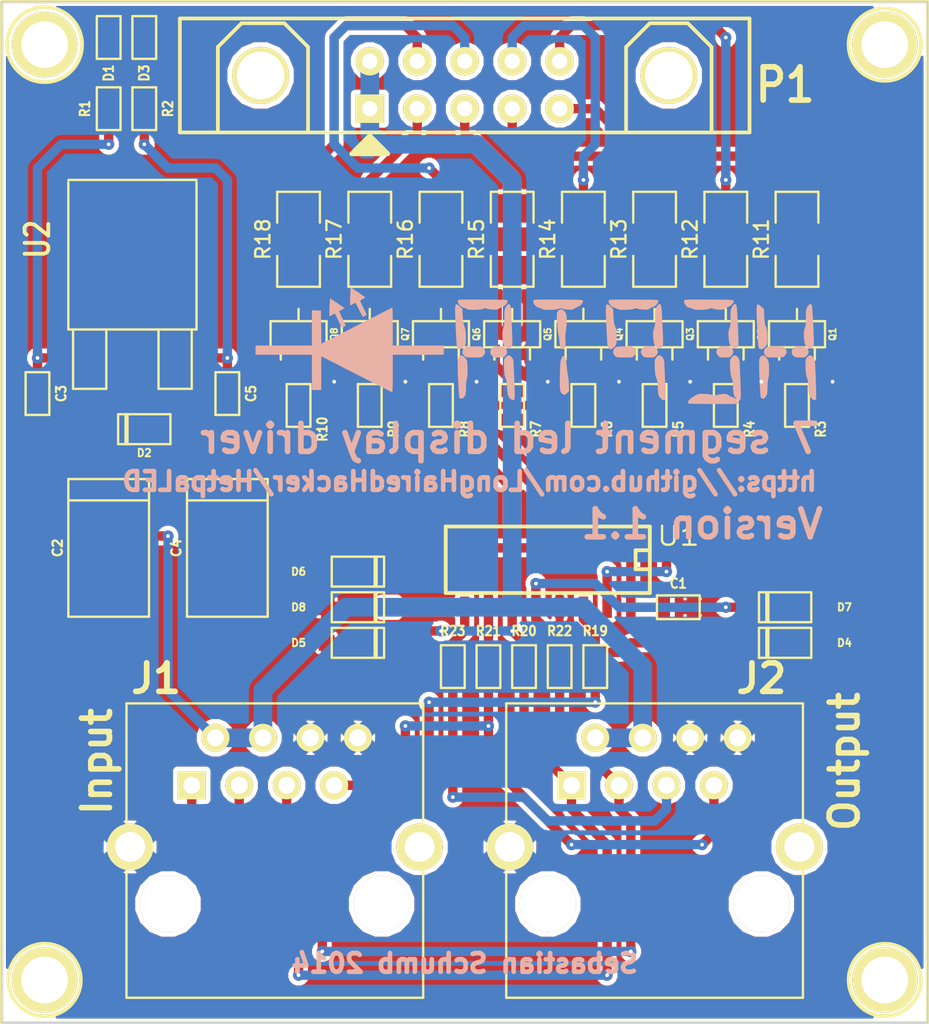
<source format=kicad_pcb>
(kicad_pcb (version 3) (host pcbnew "(2013-may-18)-stable")
  (layers (15 F.Cu signal) (0 B.Cu signal) (18 B.Paste user) (19 F.Paste user) (20 B.SilkS user) (21 F.SilkS user) (22 B.Mask user) (23 F.Mask user) (28 Edge.Cuts user))
  (net 0 "")
  (net 1 +24V)
  (net 2 +5V)
  (net 3 Clock)
  (net 4 Data_In)
  (net 5 Data_Out)
  (net 6 Enable)
  (net 7 FET_1)
  (net 8 FET_2)
  (net 9 FET_3)
  (net 10 FET_4)
  (net 11 FET_5)
  (net 12 FET_6)
  (net 13 FET_7)
  (net 14 FET_8)
  (net 15 GND)
  (net 16 N-0000017)
  (net 17 N-0000018)
  (net 18 N-0000019)
  (net 19 N-0000020)
  (net 20 N-0000021)
  (net 21 N-0000022)
  (net 22 N-0000023)
  (net 23 N-0000024)
  (net 24 N-0000025)
  (net 25 N-0000026)
  (net 26 N-0000027)
  (net 27 N-0000029)
  (net 28 N-0000030)
  (net 29 N-0000031)
  (net 30 N-0000032)
  (net 31 N-0000033)
  (net 32 N-0000034)
  (net 33 N-0000035)
  (net 34 N-0000036)
  (net 35 N-0000037)
  (net 36 N-0000038)
  (net 37 N-0000045)
  (net 38 N-0000047)
  (net 39 Reset)
  (net 40 SEG_1)
  (net 41 SEG_2)
  (net 42 SEG_3)
  (net 43 SEG_4)
  (net 44 SEG_5)
  (net 45 SEG_6)
  (net 46 SEG_7)
  (net 47 SEG_8)
  (module RJ45_MEBP_8-8G (layer F.Cu) (at 215.265 63.5)
    (fp_text reference J2 (at 5.715 -12.065) (layer F.SilkS) (effects (font (size 1.524 1.524) (thickness 0.3048))))
    (fp_text value RJ45 hide)
    (pad "" thru_hole circle (at 5.715 0) (size 3 3) (drill 3) (layers *.Cu *.Mask F.SilkS))
    (pad "" thru_hole circle (at -5.715 0) (size 3 3) (drill 3) (layers *.Cu *.Mask F.SilkS))
    (pad 1 thru_hole rect (at -4.445 -6.35) (size 1.50114 1.50114) (drill 0.89916) (layers *.Cu *.Mask F.SilkS) (net 3 Clock))
    (pad 2 thru_hole circle (at -3.175 -8.89) (size 1.50114 1.50114) (drill 0.89916) (layers *.Cu *.Mask F.SilkS) (net 1 +24V))
    (pad 3 thru_hole circle (at -1.905 -6.35) (size 1.50114 1.50114) (drill 0.89916) (layers *.Cu *.Mask F.SilkS) (net 6 Enable))
    (pad 4 thru_hole circle (at -0.635 -8.89) (size 1.50114 1.50114) (drill 0.89916) (layers *.Cu *.Mask F.SilkS) (net 1 +24V))
    (pad 5 thru_hole circle (at 0.635 -6.35) (size 1.50114 1.50114) (drill 0.89916) (layers *.Cu *.Mask F.SilkS) (net 5 Data_Out))
    (pad 6 thru_hole circle (at 1.905 -8.89) (size 1.50114 1.50114) (drill 0.89916) (layers *.Cu *.Mask F.SilkS) (net 15 GND))
    (pad 7 thru_hole circle (at 3.175 -6.35) (size 1.50114 1.50114) (drill 0.89916) (layers *.Cu *.Mask F.SilkS) (net 39 Reset))
    (pad 8 thru_hole circle (at 4.445 -8.89) (size 1.50114 1.50114) (drill 0.89916) (layers *.Cu *.Mask F.SilkS) (net 15 GND))
    (pad 9 thru_hole circle (at -7.745 -3.05) (size 2.5 2.5) (drill 1.6) (layers *.Cu *.Mask F.SilkS) (net 15 GND))
    (pad 10 thru_hole circle (at 7.747 -3.05) (size 2.5 2.5) (drill 1.6) (layers *.Cu *.Mask F.SilkS))
  )
  (module RJ45_MEBP_8-8G (layer F.Cu) (at 194.945 63.5)
    (fp_text reference J1 (at -6.35 -12.065) (layer F.SilkS) (effects (font (size 1.524 1.524) (thickness 0.3048))))
    (fp_text value RJ45 hide)
    (pad "" thru_hole circle (at 5.715 0) (size 3 3) (drill 3) (layers *.Cu *.Mask F.SilkS))
    (pad "" thru_hole circle (at -5.715 0) (size 3 3) (drill 3) (layers *.Cu *.Mask F.SilkS))
    (pad 1 thru_hole rect (at -4.445 -6.35) (size 1.50114 1.50114) (drill 0.89916) (layers *.Cu *.Mask F.SilkS) (net 3 Clock))
    (pad 2 thru_hole circle (at -3.175 -8.89) (size 1.50114 1.50114) (drill 0.89916) (layers *.Cu *.Mask F.SilkS) (net 1 +24V))
    (pad 3 thru_hole circle (at -1.905 -6.35) (size 1.50114 1.50114) (drill 0.89916) (layers *.Cu *.Mask F.SilkS) (net 6 Enable))
    (pad 4 thru_hole circle (at -0.635 -8.89) (size 1.50114 1.50114) (drill 0.89916) (layers *.Cu *.Mask F.SilkS) (net 1 +24V))
    (pad 5 thru_hole circle (at 0.635 -6.35) (size 1.50114 1.50114) (drill 0.89916) (layers *.Cu *.Mask F.SilkS) (net 4 Data_In))
    (pad 6 thru_hole circle (at 1.905 -8.89) (size 1.50114 1.50114) (drill 0.89916) (layers *.Cu *.Mask F.SilkS) (net 15 GND))
    (pad 7 thru_hole circle (at 3.175 -6.35) (size 1.50114 1.50114) (drill 0.89916) (layers *.Cu *.Mask F.SilkS) (net 39 Reset))
    (pad 8 thru_hole circle (at 4.445 -8.89) (size 1.50114 1.50114) (drill 0.89916) (layers *.Cu *.Mask F.SilkS) (net 15 GND))
    (pad 9 thru_hole circle (at -7.745 -3.05) (size 2.5 2.5) (drill 1.6) (layers *.Cu *.Mask F.SilkS) (net 15 GND))
    (pad 10 thru_hole circle (at 7.747 -3.05) (size 2.5 2.5) (drill 1.6) (layers *.Cu *.Mask F.SilkS))
  )
  (module 1pin (layer F.Cu) (at 182.626 17.526)
    (fp_text reference 1PIN hide)
    (fp_text value P*** hide)
    (pad 1 thru_hole circle (at 0 0) (size 3.5 3.5) (drill 2.5) (layers *.Cu *.Mask F.SilkS))
  )
  (module 1pin (layer F.Cu) (at 182.626 67.564)
    (fp_text reference 1PIN hide)
    (fp_text value P*** hide)
    (pad 1 thru_hole circle (at 0 0) (size 3.5 3.5) (drill 2.5) (layers *.Cu *.Mask F.SilkS))
  )
  (module 1pin (layer F.Cu) (at 227.584 67.564)
    (fp_text reference 1PIN hide)
    (fp_text value P*** hide)
    (pad 1 thru_hole circle (at 0 0) (size 3.5 3.5) (drill 2.5) (layers *.Cu *.Mask F.SilkS))
  )
  (module 1pin (layer F.Cu) (at 227.584 17.526)
    (fp_text reference 1PIN hide)
    (fp_text value P*** hide)
    (pad 1 thru_hole circle (at 0 0) (size 3.5 3.5) (drill 2.5) (layers *.Cu *.Mask F.SilkS))
  )
  (module HE10-10C (layer F.Cu) (at 205.105 19.685 180)
    (fp_text reference P1 (at -17.145 0 360) (layer F.SilkS) (effects (font (size 1.77546 1.5875) (thickness 0.3048))))
    (fp_text value HE10-10 hide)
    (pad 0 thru_hole circle (at -10.922 0.508 180) (size 3.048 3.048) (drill 2.54) (layers *.Cu *.Mask F.SilkS))
    (pad 0 thru_hole circle (at 10.922 0.508 180) (size 3.048 3.048) (drill 2.54) (layers *.Cu *.Mask F.SilkS))
    (pad 1 thru_hole rect (at 5.08 -1.27 180) (size 1.524 1.524) (drill 0.8128) (layers *.Cu *.Mask F.SilkS) (net 1 +24V))
    (pad 2 thru_hole circle (at 5.08 1.27 180) (size 1.524 1.524) (drill 0.8128) (layers *.Cu *.Mask F.SilkS) (net 1 +24V))
    (pad 3 thru_hole circle (at 2.54 -1.27 180) (size 1.524 1.524) (drill 0.8128) (layers *.Cu *.Mask F.SilkS) (net 46 SEG_7))
    (pad 4 thru_hole circle (at 2.54 1.27 180) (size 1.524 1.524) (drill 0.8128) (layers *.Cu *.Mask F.SilkS) (net 47 SEG_8))
    (pad 5 thru_hole circle (at 0 -1.27 180) (size 1.524 1.524) (drill 0.8128) (layers *.Cu *.Mask F.SilkS) (net 44 SEG_5))
    (pad 6 thru_hole circle (at 0 1.27 180) (size 1.524 1.524) (drill 0.8128) (layers *.Cu *.Mask F.SilkS) (net 45 SEG_6))
    (pad 7 thru_hole circle (at -2.54 -1.27 180) (size 1.524 1.524) (drill 0.8128) (layers *.Cu *.Mask F.SilkS) (net 42 SEG_3))
    (pad 8 thru_hole circle (at -2.54 1.27 180) (size 1.524 1.524) (drill 0.8128) (layers *.Cu *.Mask F.SilkS) (net 43 SEG_4))
    (pad 9 thru_hole circle (at -5.08 -1.27 180) (size 1.524 1.524) (drill 0.8128) (layers *.Cu *.Mask F.SilkS) (net 40 SEG_1))
    (pad 10 thru_hole circle (at -5.08 1.27 180) (size 1.524 1.524) (drill 0.8128) (layers *.Cu *.Mask F.SilkS) (net 41 SEG_2))
  )
  (module c_tant_D (layer F.Cu) (at 192.405 44.45 90)
    (fp_text reference C4 (at 0 -2.7305 90) (layer F.SilkS) (effects (font (size 0.50038 0.50038) (thickness 0.11938))))
    (fp_text value 10uF hide)
    (pad 1 smd rect (at 2.99974 0 90) (size 2.55016 2.70002) (layers F.Cu F.Paste F.Mask) (net 2 +5V))
    (pad 2 smd rect (at -2.99974 0 90) (size 2.55016 3.79984) (layers F.Cu F.Paste F.Mask) (net 15 GND))
  )
  (module sot23 (layer F.Cu) (at 200.025 33.02)
    (fp_text reference Q7 (at 1.905 0 90) (layer F.SilkS) (effects (font (size 0.35 0.35) (thickness 0.0875))))
    (fp_text value NDS355 hide)
    (pad 1 smd rect (at -0.9525 1.05664) (size 0.59944 1.00076) (layers F.Cu F.Paste F.Mask) (net 35 N-0000037))
    (pad 2 smd rect (at 0 -1.05664) (size 0.59944 1.00076) (layers F.Cu F.Paste F.Mask) (net 34 N-0000036))
    (pad 3 smd rect (at 0.9525 1.05664) (size 0.59944 1.00076) (layers F.Cu F.Paste F.Mask) (net 15 GND))
  )
  (module sot23 (layer F.Cu) (at 222.885 33.02)
    (fp_text reference Q1 (at 1.905 0 90) (layer F.SilkS) (effects (font (size 0.35 0.35) (thickness 0.0875))))
    (fp_text value NDS355 hide)
    (pad 1 smd rect (at -0.9525 1.05664) (size 0.59944 1.00076) (layers F.Cu F.Paste F.Mask) (net 22 N-0000023))
    (pad 2 smd rect (at 0 -1.05664) (size 0.59944 1.00076) (layers F.Cu F.Paste F.Mask) (net 21 N-0000022))
    (pad 3 smd rect (at 0.9525 1.05664) (size 0.59944 1.00076) (layers F.Cu F.Paste F.Mask) (net 15 GND))
  )
  (module sot23 (layer F.Cu) (at 203.835 33.02)
    (fp_text reference Q6 (at 1.905 0 90) (layer F.SilkS) (effects (font (size 0.35 0.35) (thickness 0.0875))))
    (fp_text value NDS355 hide)
    (pad 1 smd rect (at -0.9525 1.05664) (size 0.59944 1.00076) (layers F.Cu F.Paste F.Mask) (net 36 N-0000038))
    (pad 2 smd rect (at 0 -1.05664) (size 0.59944 1.00076) (layers F.Cu F.Paste F.Mask) (net 26 N-0000027))
    (pad 3 smd rect (at 0.9525 1.05664) (size 0.59944 1.00076) (layers F.Cu F.Paste F.Mask) (net 15 GND))
  )
  (module sot23 (layer F.Cu) (at 219.075 33.02)
    (fp_text reference Q2 (at 1.905 0 90) (layer F.SilkS) (effects (font (size 0.35 0.35) (thickness 0.0875))))
    (fp_text value NDS355 hide)
    (pad 1 smd rect (at -0.9525 1.05664) (size 0.59944 1.00076) (layers F.Cu F.Paste F.Mask) (net 20 N-0000021))
    (pad 2 smd rect (at 0 -1.05664) (size 0.59944 1.00076) (layers F.Cu F.Paste F.Mask) (net 23 N-0000024))
    (pad 3 smd rect (at 0.9525 1.05664) (size 0.59944 1.00076) (layers F.Cu F.Paste F.Mask) (net 15 GND))
  )
  (module sot23 (layer F.Cu) (at 196.215 33.02)
    (fp_text reference Q8 (at 1.905 0 90) (layer F.SilkS) (effects (font (size 0.35 0.35) (thickness 0.0875))))
    (fp_text value NDS355 hide)
    (pad 1 smd rect (at -0.9525 1.05664) (size 0.59944 1.00076) (layers F.Cu F.Paste F.Mask) (net 33 N-0000035))
    (pad 2 smd rect (at 0 -1.05664) (size 0.59944 1.00076) (layers F.Cu F.Paste F.Mask) (net 32 N-0000034))
    (pad 3 smd rect (at 0.9525 1.05664) (size 0.59944 1.00076) (layers F.Cu F.Paste F.Mask) (net 15 GND))
  )
  (module sot23 (layer F.Cu) (at 215.265 33.02)
    (fp_text reference Q3 (at 1.905 0 90) (layer F.SilkS) (effects (font (size 0.35 0.35) (thickness 0.0875))))
    (fp_text value NDS355 hide)
    (pad 1 smd rect (at -0.9525 1.05664) (size 0.59944 1.00076) (layers F.Cu F.Paste F.Mask) (net 19 N-0000020))
    (pad 2 smd rect (at 0 -1.05664) (size 0.59944 1.00076) (layers F.Cu F.Paste F.Mask) (net 18 N-0000019))
    (pad 3 smd rect (at 0.9525 1.05664) (size 0.59944 1.00076) (layers F.Cu F.Paste F.Mask) (net 15 GND))
  )
  (module sot23 (layer F.Cu) (at 211.455 33.02)
    (fp_text reference Q4 (at 1.905 0 90) (layer F.SilkS) (effects (font (size 0.35 0.35) (thickness 0.0875))))
    (fp_text value NDS355 hide)
    (pad 1 smd rect (at -0.9525 1.05664) (size 0.59944 1.00076) (layers F.Cu F.Paste F.Mask) (net 17 N-0000018))
    (pad 2 smd rect (at 0 -1.05664) (size 0.59944 1.00076) (layers F.Cu F.Paste F.Mask) (net 16 N-0000017))
    (pad 3 smd rect (at 0.9525 1.05664) (size 0.59944 1.00076) (layers F.Cu F.Paste F.Mask) (net 15 GND))
  )
  (module sot23 (layer F.Cu) (at 207.645 33.02)
    (fp_text reference Q5 (at 1.905 0 90) (layer F.SilkS) (effects (font (size 0.35 0.35) (thickness 0.0875))))
    (fp_text value NDS355 hide)
    (pad 1 smd rect (at -0.9525 1.05664) (size 0.59944 1.00076) (layers F.Cu F.Paste F.Mask) (net 25 N-0000026))
    (pad 2 smd rect (at 0 -1.05664) (size 0.59944 1.00076) (layers F.Cu F.Paste F.Mask) (net 24 N-0000025))
    (pad 3 smd rect (at 0.9525 1.05664) (size 0.59944 1.00076) (layers F.Cu F.Paste F.Mask) (net 15 GND))
  )
  (module sod123 (layer F.Cu) (at 187.96 38.1 180)
    (fp_text reference D2 (at 0 -1.27 180) (layer F.SilkS) (effects (font (size 0.39878 0.39878) (thickness 0.09906))))
    (fp_text value BAT42W hide)
    (pad 2 smd rect (at 1.67386 0 180) (size 0.8509 0.8509) (layers F.Cu F.Paste F.Mask) (net 1 +24V))
    (pad 1 smd rect (at -1.67386 0 180) (size 0.8509 0.8509) (layers F.Cu F.Paste F.Mask) (net 2 +5V))
  )
  (module SO16E (layer F.Cu) (at 209.55 45.085 180)
    (fp_text reference U1 (at -6.985 1.27 180) (layer F.SilkS) (effects (font (size 1.016 1.143) (thickness 0.127))))
    (fp_text value 74HC595 hide)
    (pad 1 smd rect (at -4.445 2.54 180) (size 0.508 1.143) (layers F.Cu F.Paste F.Mask) (net 8 FET_2))
    (pad 2 smd rect (at -3.175 2.54 180) (size 0.508 1.143) (layers F.Cu F.Paste F.Mask) (net 9 FET_3))
    (pad 3 smd rect (at -1.905 2.54 180) (size 0.508 1.143) (layers F.Cu F.Paste F.Mask) (net 10 FET_4))
    (pad 4 smd rect (at -0.635 2.54 180) (size 0.508 1.143) (layers F.Cu F.Paste F.Mask) (net 11 FET_5))
    (pad 5 smd rect (at 0.635 2.54 180) (size 0.508 1.143) (layers F.Cu F.Paste F.Mask) (net 12 FET_6))
    (pad 6 smd rect (at 1.905 2.54 180) (size 0.508 1.143) (layers F.Cu F.Paste F.Mask) (net 13 FET_7))
    (pad 7 smd rect (at 3.175 2.54 180) (size 0.508 1.143) (layers F.Cu F.Paste F.Mask) (net 14 FET_8))
    (pad 8 smd rect (at 4.445 2.54 180) (size 0.508 1.143) (layers F.Cu F.Paste F.Mask) (net 15 GND))
    (pad 9 smd rect (at 4.445 -2.54 180) (size 0.508 1.143) (layers F.Cu F.Paste F.Mask) (net 29 N-0000031))
    (pad 10 smd rect (at 3.175 -2.54 180) (size 0.508 1.143) (layers F.Cu F.Paste F.Mask) (net 27 N-0000029))
    (pad 11 smd rect (at 1.905 -2.54 180) (size 0.508 1.143) (layers F.Cu F.Paste F.Mask) (net 28 N-0000030))
    (pad 12 smd rect (at 0.635 -2.54 180) (size 0.508 1.143) (layers F.Cu F.Paste F.Mask) (net 31 N-0000033))
    (pad 13 smd rect (at -0.635 -2.54 180) (size 0.508 1.143) (layers F.Cu F.Paste F.Mask) (net 15 GND))
    (pad 14 smd rect (at -1.905 -2.54 180) (size 0.508 1.143) (layers F.Cu F.Paste F.Mask) (net 30 N-0000032))
    (pad 15 smd rect (at -3.175 -2.54 180) (size 0.508 1.143) (layers F.Cu F.Paste F.Mask) (net 7 FET_1))
    (pad 16 smd rect (at -4.445 -2.54 180) (size 0.508 1.143) (layers F.Cu F.Paste F.Mask) (net 2 +5V))
  )
  (module SM1206 (layer F.Cu) (at 211.455 27.94 90)
    (fp_text reference R14 (at 0 -1.905 90) (layer F.SilkS) (effects (font (size 0.762 0.762) (thickness 0.127))))
    (fp_text value 160 hide)
    (pad 1 smd rect (at -1.651 0 90) (size 1.524 2.032) (layers F.Cu F.Paste F.Mask) (net 16 N-0000017))
    (pad 2 smd rect (at 1.651 0 90) (size 1.524 2.032) (layers F.Cu F.Paste F.Mask) (net 43 SEG_4))
  )
  (module SM1206 (layer F.Cu) (at 203.835 27.94 90)
    (fp_text reference R16 (at 0 -1.905 90) (layer F.SilkS) (effects (font (size 0.762 0.762) (thickness 0.127))))
    (fp_text value 160 hide)
    (pad 1 smd rect (at -1.651 0 90) (size 1.524 2.032) (layers F.Cu F.Paste F.Mask) (net 26 N-0000027))
    (pad 2 smd rect (at 1.651 0 90) (size 1.524 2.032) (layers F.Cu F.Paste F.Mask) (net 45 SEG_6))
  )
  (module SM1206 (layer F.Cu) (at 207.645 27.94 90)
    (fp_text reference R15 (at 0 -1.905 90) (layer F.SilkS) (effects (font (size 0.762 0.762) (thickness 0.127))))
    (fp_text value 160 hide)
    (pad 1 smd rect (at -1.651 0 90) (size 1.524 2.032) (layers F.Cu F.Paste F.Mask) (net 24 N-0000025))
    (pad 2 smd rect (at 1.651 0 90) (size 1.524 2.032) (layers F.Cu F.Paste F.Mask) (net 44 SEG_5))
  )
  (module SM1206 (layer F.Cu) (at 200.025 27.94 90)
    (fp_text reference R17 (at 0 -1.905 90) (layer F.SilkS) (effects (font (size 0.762 0.762) (thickness 0.127))))
    (fp_text value 470 hide)
    (pad 1 smd rect (at -1.651 0 90) (size 1.524 2.032) (layers F.Cu F.Paste F.Mask) (net 34 N-0000036))
    (pad 2 smd rect (at 1.651 0 90) (size 1.524 2.032) (layers F.Cu F.Paste F.Mask) (net 46 SEG_7))
  )
  (module SM1206 (layer F.Cu) (at 215.265 27.94 90)
    (fp_text reference R13 (at 0 -1.905 90) (layer F.SilkS) (effects (font (size 0.762 0.762) (thickness 0.127))))
    (fp_text value 160 hide)
    (pad 1 smd rect (at -1.651 0 90) (size 1.524 2.032) (layers F.Cu F.Paste F.Mask) (net 18 N-0000019))
    (pad 2 smd rect (at 1.651 0 90) (size 1.524 2.032) (layers F.Cu F.Paste F.Mask) (net 42 SEG_3))
  )
  (module SM1206 (layer F.Cu) (at 219.075 27.94 90)
    (fp_text reference R12 (at 0 -1.905 90) (layer F.SilkS) (effects (font (size 0.762 0.762) (thickness 0.127))))
    (fp_text value 160 hide)
    (pad 1 smd rect (at -1.651 0 90) (size 1.524 2.032) (layers F.Cu F.Paste F.Mask) (net 23 N-0000024))
    (pad 2 smd rect (at 1.651 0 90) (size 1.524 2.032) (layers F.Cu F.Paste F.Mask) (net 41 SEG_2))
  )
  (module SM1206 (layer F.Cu) (at 222.885 27.94 90)
    (fp_text reference R11 (at 0 -1.905 90) (layer F.SilkS) (effects (font (size 0.762 0.762) (thickness 0.127))))
    (fp_text value 160 hide)
    (pad 1 smd rect (at -1.651 0 90) (size 1.524 2.032) (layers F.Cu F.Paste F.Mask) (net 21 N-0000022))
    (pad 2 smd rect (at 1.651 0 90) (size 1.524 2.032) (layers F.Cu F.Paste F.Mask) (net 40 SEG_1))
  )
  (module SM1206 (layer F.Cu) (at 196.215 27.94 90)
    (fp_text reference R18 (at 0 -1.905 90) (layer F.SilkS) (effects (font (size 0.762 0.762) (thickness 0.127))))
    (fp_text value 470 hide)
    (pad 1 smd rect (at -1.651 0 90) (size 1.524 2.032) (layers F.Cu F.Paste F.Mask) (net 32 N-0000034))
    (pad 2 smd rect (at 1.651 0 90) (size 1.524 2.032) (layers F.Cu F.Paste F.Mask) (net 47 SEG_8))
  )
  (module SM0603 (layer F.Cu) (at 187.96 20.955 90)
    (fp_text reference R2 (at 0 1.27 90) (layer F.SilkS) (effects (font (size 0.508 0.4572) (thickness 0.1143))))
    (fp_text value 1k hide)
    (pad 1 smd rect (at -0.762 0 90) (size 0.635 1.143) (layers F.Cu F.Paste F.Mask) (net 2 +5V))
    (pad 2 smd rect (at 0.762 0 90) (size 0.635 1.143) (layers F.Cu F.Paste F.Mask) (net 37 N-0000045))
  )
  (module SM0603 (layer F.Cu) (at 222.885 36.83 270)
    (fp_text reference R3 (at 1.27 -1.27 270) (layer F.SilkS) (effects (font (size 0.508 0.4572) (thickness 0.1143))))
    (fp_text value 220 hide)
    (pad 1 smd rect (at -0.762 0 270) (size 0.635 1.143) (layers F.Cu F.Paste F.Mask) (net 22 N-0000023))
    (pad 2 smd rect (at 0.762 0 270) (size 0.635 1.143) (layers F.Cu F.Paste F.Mask) (net 7 FET_1))
  )
  (module SM0603 (layer F.Cu) (at 182.245 36.195 270)
    (fp_text reference C3 (at 0 -1.27 270) (layer F.SilkS) (effects (font (size 0.508 0.4572) (thickness 0.1143))))
    (fp_text value 100nF hide)
    (pad 1 smd rect (at -0.762 0 270) (size 0.635 1.143) (layers F.Cu F.Paste F.Mask) (net 1 +24V))
    (pad 2 smd rect (at 0.762 0 270) (size 0.635 1.143) (layers F.Cu F.Paste F.Mask) (net 15 GND))
  )
  (module SM0603 (layer F.Cu) (at 219.075 36.83 270)
    (fp_text reference R4 (at 1.27 -1.27 270) (layer F.SilkS) (effects (font (size 0.508 0.4572) (thickness 0.1143))))
    (fp_text value 220 hide)
    (pad 1 smd rect (at -0.762 0 270) (size 0.635 1.143) (layers F.Cu F.Paste F.Mask) (net 20 N-0000021))
    (pad 2 smd rect (at 0.762 0 270) (size 0.635 1.143) (layers F.Cu F.Paste F.Mask) (net 8 FET_2))
  )
  (module SM0603 (layer F.Cu) (at 215.265 36.83 270)
    (fp_text reference R5 (at 1.27 -1.27 270) (layer F.SilkS) (effects (font (size 0.508 0.4572) (thickness 0.1143))))
    (fp_text value 220 hide)
    (pad 1 smd rect (at -0.762 0 270) (size 0.635 1.143) (layers F.Cu F.Paste F.Mask) (net 19 N-0000020))
    (pad 2 smd rect (at 0.762 0 270) (size 0.635 1.143) (layers F.Cu F.Paste F.Mask) (net 9 FET_3))
  )
  (module SM0603 (layer F.Cu) (at 211.455 36.83 270)
    (fp_text reference R6 (at 1.27 -1.27 270) (layer F.SilkS) (effects (font (size 0.508 0.4572) (thickness 0.1143))))
    (fp_text value 220 hide)
    (pad 1 smd rect (at -0.762 0 270) (size 0.635 1.143) (layers F.Cu F.Paste F.Mask) (net 17 N-0000018))
    (pad 2 smd rect (at 0.762 0 270) (size 0.635 1.143) (layers F.Cu F.Paste F.Mask) (net 10 FET_4))
  )
  (module SM0603 (layer F.Cu) (at 187.96 17.145 90)
    (fp_text reference D3 (at -1.905 0 90) (layer F.SilkS) (effects (font (size 0.508 0.4572) (thickness 0.1143))))
    (fp_text value LED hide)
    (pad 1 smd rect (at -0.762 0 90) (size 0.635 1.143) (layers F.Cu F.Paste F.Mask) (net 37 N-0000045))
    (pad 2 smd rect (at 0.762 0 90) (size 0.635 1.143) (layers F.Cu F.Paste F.Mask) (net 15 GND))
  )
  (module SM0603 (layer F.Cu) (at 186.055 20.955 90)
    (fp_text reference R1 (at 0 -1.27 90) (layer F.SilkS) (effects (font (size 0.508 0.4572) (thickness 0.1143))))
    (fp_text value 1k hide)
    (pad 1 smd rect (at -0.762 0 90) (size 0.635 1.143) (layers F.Cu F.Paste F.Mask) (net 1 +24V))
    (pad 2 smd rect (at 0.762 0 90) (size 0.635 1.143) (layers F.Cu F.Paste F.Mask) (net 38 N-0000047))
  )
  (module SM0603 (layer F.Cu) (at 207.645 36.83 270)
    (fp_text reference R7 (at 1.27 -1.27 270) (layer F.SilkS) (effects (font (size 0.508 0.4572) (thickness 0.1143))))
    (fp_text value 220 hide)
    (pad 1 smd rect (at -0.762 0 270) (size 0.635 1.143) (layers F.Cu F.Paste F.Mask) (net 25 N-0000026))
    (pad 2 smd rect (at 0.762 0 270) (size 0.635 1.143) (layers F.Cu F.Paste F.Mask) (net 11 FET_5))
  )
  (module SM0603 (layer F.Cu) (at 186.055 17.145 90)
    (fp_text reference D1 (at -1.905 0 90) (layer F.SilkS) (effects (font (size 0.508 0.4572) (thickness 0.1143))))
    (fp_text value LED hide)
    (pad 1 smd rect (at -0.762 0 90) (size 0.635 1.143) (layers F.Cu F.Paste F.Mask) (net 38 N-0000047))
    (pad 2 smd rect (at 0.762 0 90) (size 0.635 1.143) (layers F.Cu F.Paste F.Mask) (net 15 GND))
  )
  (module SM0603 (layer F.Cu) (at 216.535 47.625)
    (fp_text reference C1 (at 0 -1.27) (layer F.SilkS) (effects (font (size 0.508 0.4572) (thickness 0.1143))))
    (fp_text value 100n hide)
    (pad 1 smd rect (at -0.762 0) (size 0.635 1.143) (layers F.Cu F.Paste F.Mask) (net 2 +5V))
    (pad 2 smd rect (at 0.762 0) (size 0.635 1.143) (layers F.Cu F.Paste F.Mask) (net 15 GND))
  )
  (module SM0603 (layer F.Cu) (at 203.835 36.83 270)
    (fp_text reference R8 (at 1.27 -1.27 270) (layer F.SilkS) (effects (font (size 0.508 0.4572) (thickness 0.1143))))
    (fp_text value 220 hide)
    (pad 1 smd rect (at -0.762 0 270) (size 0.635 1.143) (layers F.Cu F.Paste F.Mask) (net 36 N-0000038))
    (pad 2 smd rect (at 0.762 0 270) (size 0.635 1.143) (layers F.Cu F.Paste F.Mask) (net 12 FET_6))
  )
  (module SM0603 (layer F.Cu) (at 196.215 36.83 270)
    (fp_text reference R10 (at 1.27 -1.27 270) (layer F.SilkS) (effects (font (size 0.508 0.4572) (thickness 0.1143))))
    (fp_text value 220 hide)
    (pad 1 smd rect (at -0.762 0 270) (size 0.635 1.143) (layers F.Cu F.Paste F.Mask) (net 33 N-0000035))
    (pad 2 smd rect (at 0.762 0 270) (size 0.635 1.143) (layers F.Cu F.Paste F.Mask) (net 14 FET_8))
  )
  (module SM0603 (layer F.Cu) (at 200.025 36.83 270)
    (fp_text reference R9 (at 1.27 -1.27 270) (layer F.SilkS) (effects (font (size 0.508 0.4572) (thickness 0.1143))))
    (fp_text value 220 hide)
    (pad 1 smd rect (at -0.762 0 270) (size 0.635 1.143) (layers F.Cu F.Paste F.Mask) (net 35 N-0000037))
    (pad 2 smd rect (at 0.762 0 270) (size 0.635 1.143) (layers F.Cu F.Paste F.Mask) (net 13 FET_7))
  )
  (module DPAK2 (layer F.Cu) (at 187.325 34.29)
    (fp_text reference U2 (at -5.08 -6.35 90) (layer F.SilkS) (effects (font (size 1.27 1.016) (thickness 0.2032))))
    (fp_text value TS2937 hide)
    (pad 1 smd rect (at -2.286 0) (size 1.651 3.048) (layers F.Cu F.Paste F.Mask) (net 1 +24V))
    (pad 2 smd rect (at 0 -6.35) (size 6.096 6.096) (layers F.Cu F.Paste F.Mask) (net 15 GND))
    (pad 3 smd rect (at 2.286 0) (size 1.651 3.048) (layers F.Cu F.Paste F.Mask) (net 2 +5V))
  )
  (module c_tant_D (layer F.Cu) (at 186.055 44.45 90)
    (fp_text reference C2 (at 0 -2.7305 90) (layer F.SilkS) (effects (font (size 0.50038 0.50038) (thickness 0.11938))))
    (fp_text value 10uF hide)
    (pad 1 smd rect (at 2.99974 0 90) (size 2.55016 2.70002) (layers F.Cu F.Paste F.Mask) (net 1 +24V))
    (pad 2 smd rect (at -2.99974 0 90) (size 2.55016 3.79984) (layers F.Cu F.Paste F.Mask) (net 15 GND))
  )
  (module SM0603 (layer F.Cu) (at 192.405 36.195 270)
    (fp_text reference C5 (at 0 -1.27 270) (layer F.SilkS) (effects (font (size 0.508 0.4572) (thickness 0.1143))))
    (fp_text value 100nF hide)
    (pad 1 smd rect (at -0.762 0 270) (size 0.635 1.143) (layers F.Cu F.Paste F.Mask) (net 2 +5V))
    (pad 2 smd rect (at 0.762 0 270) (size 0.635 1.143) (layers F.Cu F.Paste F.Mask) (net 15 GND))
  )
  (module logo_silkbot_30_00mm (layer B.Cu) (at 208.915 33.655)
    (fp_text reference G*** hide)
    (fp_text value logo_silkbot_30_00mm hide)
  )
  (module sod123 (layer F.Cu) (at 222.25 49.53 180)
    (fp_text reference D4 (at -3.175 0 180) (layer F.SilkS) (effects (font (size 0.39878 0.39878) (thickness 0.09906))))
    (fp_text value ZENER hide)
    (pad 2 smd rect (at 1.67386 0 180) (size 0.8509 0.8509) (layers F.Cu F.Paste F.Mask) (net 30 N-0000032))
    (pad 1 smd rect (at -1.67386 0 180) (size 0.8509 0.8509) (layers F.Cu F.Paste F.Mask) (net 15 GND))
  )
  (module sod123 (layer F.Cu) (at 199.39 49.53)
    (fp_text reference D5 (at -3.175 0) (layer F.SilkS) (effects (font (size 0.39878 0.39878) (thickness 0.09906))))
    (fp_text value ZENER hide)
    (pad 2 smd rect (at 1.67386 0) (size 0.8509 0.8509) (layers F.Cu F.Paste F.Mask) (net 28 N-0000030))
    (pad 1 smd rect (at -1.67386 0) (size 0.8509 0.8509) (layers F.Cu F.Paste F.Mask) (net 15 GND))
  )
  (module sod123 (layer F.Cu) (at 199.39 45.72)
    (fp_text reference D6 (at -3.175 0) (layer F.SilkS) (effects (font (size 0.39878 0.39878) (thickness 0.09906))))
    (fp_text value ZENER hide)
    (pad 2 smd rect (at 1.67386 0) (size 0.8509 0.8509) (layers F.Cu F.Paste F.Mask) (net 27 N-0000029))
    (pad 1 smd rect (at -1.67386 0) (size 0.8509 0.8509) (layers F.Cu F.Paste F.Mask) (net 15 GND))
  )
  (module sod123 (layer F.Cu) (at 222.25 47.625 180)
    (fp_text reference D7 (at -3.175 0 180) (layer F.SilkS) (effects (font (size 0.39878 0.39878) (thickness 0.09906))))
    (fp_text value ZENER hide)
    (pad 2 smd rect (at 1.67386 0 180) (size 0.8509 0.8509) (layers F.Cu F.Paste F.Mask) (net 31 N-0000033))
    (pad 1 smd rect (at -1.67386 0 180) (size 0.8509 0.8509) (layers F.Cu F.Paste F.Mask) (net 15 GND))
  )
  (module sod123 (layer F.Cu) (at 199.39 47.625)
    (fp_text reference D8 (at -3.175 0) (layer F.SilkS) (effects (font (size 0.39878 0.39878) (thickness 0.09906))))
    (fp_text value ZENER hide)
    (pad 2 smd rect (at 1.67386 0) (size 0.8509 0.8509) (layers F.Cu F.Paste F.Mask) (net 29 N-0000031))
    (pad 1 smd rect (at -1.67386 0) (size 0.8509 0.8509) (layers F.Cu F.Paste F.Mask) (net 15 GND))
  )
  (module SM0603 (layer F.Cu) (at 212.09 50.8 90)
    (fp_text reference R19 (at 1.905 0 180) (layer F.SilkS) (effects (font (size 0.508 0.4572) (thickness 0.1143))))
    (fp_text value 1k hide)
    (pad 1 smd rect (at -0.762 0 90) (size 0.635 1.143) (layers F.Cu F.Paste F.Mask) (net 4 Data_In))
    (pad 2 smd rect (at 0.762 0 90) (size 0.635 1.143) (layers F.Cu F.Paste F.Mask) (net 30 N-0000032))
  )
  (module SM0603 (layer F.Cu) (at 208.28 50.8 90)
    (fp_text reference R20 (at 1.905 0 180) (layer F.SilkS) (effects (font (size 0.508 0.4572) (thickness 0.1143))))
    (fp_text value 1k hide)
    (pad 1 smd rect (at -0.762 0 90) (size 0.635 1.143) (layers F.Cu F.Paste F.Mask) (net 3 Clock))
    (pad 2 smd rect (at 0.762 0 90) (size 0.635 1.143) (layers F.Cu F.Paste F.Mask) (net 28 N-0000030))
  )
  (module SM0603 (layer F.Cu) (at 206.375 50.8 90)
    (fp_text reference R21 (at 1.905 0 180) (layer F.SilkS) (effects (font (size 0.508 0.4572) (thickness 0.1143))))
    (fp_text value 1k hide)
    (pad 1 smd rect (at -0.762 0 90) (size 0.635 1.143) (layers F.Cu F.Paste F.Mask) (net 39 Reset))
    (pad 2 smd rect (at 0.762 0 90) (size 0.635 1.143) (layers F.Cu F.Paste F.Mask) (net 27 N-0000029))
  )
  (module SM0603 (layer F.Cu) (at 210.185 50.8 90)
    (fp_text reference R22 (at 1.905 0 180) (layer F.SilkS) (effects (font (size 0.508 0.4572) (thickness 0.1143))))
    (fp_text value 1k hide)
    (pad 1 smd rect (at -0.762 0 90) (size 0.635 1.143) (layers F.Cu F.Paste F.Mask) (net 6 Enable))
    (pad 2 smd rect (at 0.762 0 90) (size 0.635 1.143) (layers F.Cu F.Paste F.Mask) (net 31 N-0000033))
  )
  (module SM0603 (layer F.Cu) (at 204.47 50.8 270)
    (fp_text reference R23 (at -1.905 0 360) (layer F.SilkS) (effects (font (size 0.508 0.4572) (thickness 0.1143))))
    (fp_text value 1k hide)
    (pad 1 smd rect (at -0.762 0 270) (size 0.635 1.143) (layers F.Cu F.Paste F.Mask) (net 29 N-0000031))
    (pad 2 smd rect (at 0.762 0 270) (size 0.635 1.143) (layers F.Cu F.Paste F.Mask) (net 5 Data_Out))
  )
  (gr_line (start 229.87 69.85) (end 229.87 15.24) (angle 90) (layer F.SilkS) (width 0.2))
  (gr_line (start 180.34 69.85) (end 229.87 69.85) (angle 90) (layer F.SilkS) (width 0.2))
  (gr_line (start 180.34 15.24) (end 180.34 69.85) (angle 90) (layer F.SilkS) (width 0.2))
  (gr_line (start 229.87 15.24) (end 180.34 15.24) (angle 90) (layer F.SilkS) (width 0.2))
  (gr_text "Version 1.1" (at 217.805 43.18) (layer B.SilkS) (effects (font (size 1.5 1.5) (thickness 0.3)) (justify mirror)))
  (gr_text "Sebastian Schumb 2014" (at 205.105 66.675) (layer B.SilkS) (effects (font (size 1 1) (thickness 0.25)) (justify mirror)))
  (gr_text Output (at 225.425 55.88 90) (layer F.SilkS) (effects (font (size 1.5 1.5) (thickness 0.3))))
  (gr_text Input (at 185.42 55.88 90) (layer F.SilkS) (effects (font (size 1.5 1.5) (thickness 0.3))))
  (gr_text https://github.com/LongHairedHacker/HetpaLED (at 205.359 40.894) (layer B.SilkS) (effects (font (size 1 1) (thickness 0.25)) (justify mirror)))
  (gr_text "7 segment led display driver" (at 207.518 38.608) (layer B.SilkS) (effects (font (size 1.5 1.5) (thickness 0.3)) (justify mirror)))
  (gr_line (start 180.34 15.24) (end 229.87 15.24) (angle 90) (layer Edge.Cuts) (width 0.1))
  (gr_line (start 180.34 69.85) (end 180.34 15.24) (angle 90) (layer Edge.Cuts) (width 0.1))
  (gr_line (start 229.87 69.85) (end 180.34 69.85) (angle 90) (layer Edge.Cuts) (width 0.1))
  (gr_line (start 229.87 15.24) (end 229.87 69.85) (angle 90) (layer Edge.Cuts) (width 0.1))
  (segment (start 186.055 41.45026) (end 186.055 43.18) (width 0.5) (layer F.Cu) (net 1))
  (segment (start 189.23 52.07) (end 191.77 54.61) (width 0.5) (layer B.Cu) (net 1))
  (segment (start 189.23 43.815) (end 189.23 52.07) (width 0.5) (layer B.Cu) (net 1))
  (via (at 189.23 43.815) (size 0.6) (drill 0.2) (layers F.Cu B.Cu) (net 1))
  (segment (start 186.69 43.815) (end 189.23 43.815) (width 0.5) (layer F.Cu) (net 1))
  (segment (start 186.055 43.18) (end 186.69 43.815) (width 0.5) (layer F.Cu) (net 1))
  (segment (start 207.645 47.625) (end 207.645 45.72) (width 1) (layer B.Cu) (net 1))
  (segment (start 207.645 45.72) (end 207.645 24.765) (width 1) (layer B.Cu) (net 1))
  (segment (start 200.025 22.225) (end 200.025 20.955) (width 1) (layer B.Cu) (net 1))
  (segment (start 200.025 22.225) (end 200.66 22.86) (width 1) (layer B.Cu) (net 1))
  (segment (start 200.66 22.86) (end 205.74 22.86) (width 1) (layer B.Cu) (net 1))
  (segment (start 205.74 22.86) (end 207.645 24.765) (width 1) (layer B.Cu) (net 1))
  (segment (start 200.025 18.415) (end 200.025 20.955) (width 1) (layer B.Cu) (net 1))
  (segment (start 186.055 21.717) (end 186.055 22.86) (width 0.5) (layer F.Cu) (net 1))
  (via (at 186.055 22.86) (size 0.6) (drill 0.2) (layers F.Cu B.Cu) (net 1))
  (segment (start 183.515 22.86) (end 186.055 22.86) (width 0.5) (layer B.Cu) (net 1))
  (segment (start 182.245 24.13) (end 183.515 22.86) (width 0.5) (layer B.Cu) (net 1))
  (segment (start 182.245 24.13) (end 182.245 34.29) (width 0.5) (layer B.Cu) (net 1))
  (via (at 182.245 34.29) (size 0.6) (drill 0.2) (layers F.Cu B.Cu) (net 1))
  (segment (start 198.755 47.625) (end 207.645 47.625) (width 1) (layer B.Cu) (net 1))
  (segment (start 207.645 47.625) (end 211.455 47.625) (width 1) (layer B.Cu) (net 1))
  (segment (start 186.28614 38.1) (end 186.28614 39.13886) (width 0.5) (layer F.Cu) (net 1))
  (segment (start 186.28614 39.13886) (end 186.055 39.37) (width 0.5) (layer F.Cu) (net 1))
  (segment (start 186.055 39.37) (end 186.055 41.45026) (width 0.5) (layer F.Cu) (net 1))
  (segment (start 186.28614 38.1) (end 186.28614 37.06114) (width 0.5) (layer F.Cu) (net 1))
  (segment (start 185.039 35.814) (end 186.055 36.83) (width 0.5) (layer F.Cu) (net 1))
  (segment (start 185.039 35.814) (end 185.039 34.29) (width 0.5) (layer F.Cu) (net 1))
  (segment (start 186.28614 37.06114) (end 186.055 36.83) (width 0.5) (layer F.Cu) (net 1))
  (segment (start 182.245 35.433) (end 182.245 34.29) (width 0.5) (layer F.Cu) (net 1))
  (segment (start 182.245 34.29) (end 185.039 34.29) (width 0.5) (layer F.Cu) (net 1))
  (segment (start 214.63 54.61) (end 214.63 50.8) (width 1) (layer B.Cu) (net 1))
  (segment (start 214.63 50.8) (end 211.455 47.625) (width 1) (layer B.Cu) (net 1))
  (segment (start 198.755 47.625) (end 198.755 47.625) (width 1) (layer B.Cu) (net 1))
  (segment (start 194.31 52.07) (end 198.755 47.625) (width 1) (layer B.Cu) (net 1))
  (segment (start 194.31 52.07) (end 194.31 52.07) (width 1) (layer B.Cu) (net 1))
  (segment (start 194.31 52.07) (end 194.31 54.61) (width 1) (layer B.Cu) (net 1))
  (segment (start 212.09 54.61) (end 214.63 54.61) (width 1) (layer B.Cu) (net 1))
  (segment (start 191.77 54.61) (end 194.31 54.61) (width 1) (layer B.Cu) (net 1))
  (segment (start 213.995 47.625) (end 215.773 47.625) (width 0.5) (layer F.Cu) (net 2))
  (segment (start 187.96 21.717) (end 187.96 22.86) (width 0.5) (layer F.Cu) (net 2))
  (via (at 187.96 22.86) (size 0.6) (drill 0.2) (layers F.Cu B.Cu) (net 2))
  (segment (start 187.96 22.86) (end 189.23 24.13) (width 0.5) (layer B.Cu) (net 2))
  (segment (start 189.23 24.13) (end 191.77 24.13) (width 0.5) (layer B.Cu) (net 2))
  (segment (start 191.77 24.13) (end 192.405 24.765) (width 0.5) (layer B.Cu) (net 2))
  (via (at 192.405 34.29) (size 0.6) (drill 0.2) (layers F.Cu B.Cu) (net 2))
  (segment (start 192.405 24.765) (end 192.405 34.29) (width 0.5) (layer B.Cu) (net 2))
  (segment (start 213.995 47.625) (end 213.995 45.085) (width 0.5) (layer F.Cu) (net 2))
  (segment (start 213.36 44.45) (end 213.995 45.085) (width 0.5) (layer F.Cu) (net 2))
  (segment (start 193.04 43.815) (end 203.835 43.815) (width 0.5) (layer F.Cu) (net 2))
  (segment (start 192.405 43.18) (end 193.04 43.815) (width 0.5) (layer F.Cu) (net 2))
  (segment (start 192.405 43.18) (end 192.405 41.45026) (width 0.5) (layer F.Cu) (net 2))
  (segment (start 203.835 43.815) (end 204.47 44.45) (width 0.5) (layer F.Cu) (net 2))
  (segment (start 204.47 44.45) (end 213.36 44.45) (width 0.5) (layer F.Cu) (net 2))
  (segment (start 192.405 34.29) (end 192.405 35.433) (width 0.5) (layer F.Cu) (net 2))
  (segment (start 189.611 34.29) (end 192.405 34.29) (width 0.5) (layer F.Cu) (net 2))
  (segment (start 192.405 34.29) (end 192.405 34.29) (width 0.5) (layer F.Cu) (net 2))
  (segment (start 189.63386 38.1) (end 191.135 38.1) (width 0.5) (layer F.Cu) (net 2))
  (segment (start 191.135 38.1) (end 192.405 39.37) (width 0.5) (layer F.Cu) (net 2))
  (segment (start 192.405 39.37) (end 192.405 41.45026) (width 0.5) (layer F.Cu) (net 2))
  (segment (start 189.611 34.29) (end 189.611 38.07714) (width 0.5) (layer F.Cu) (net 2))
  (segment (start 189.611 38.07714) (end 189.63386 38.1) (width 0.5) (layer F.Cu) (net 2))
  (via (at 212.725 67.31) (size 0.6) (drill 0.2) (layers F.Cu B.Cu) (net 3))
  (segment (start 210.82 57.15) (end 210.82 58.42) (width 0.5) (layer F.Cu) (net 3))
  (segment (start 212.725 60.325) (end 212.725 61.595) (width 0.5) (layer F.Cu) (net 3))
  (segment (start 210.82 58.42) (end 212.725 60.325) (width 0.5) (layer F.Cu) (net 3))
  (segment (start 212.725 66.04) (end 212.725 61.595) (width 0.5) (layer F.Cu) (net 3))
  (segment (start 196.215 67.31) (end 212.725 67.31) (width 0.5) (layer B.Cu) (net 3))
  (segment (start 196.215 64.135) (end 196.215 66.04) (width 0.5) (layer F.Cu) (net 3))
  (segment (start 190.5 58.42) (end 193.675 61.595) (width 0.5) (layer F.Cu) (net 3))
  (segment (start 193.675 61.595) (end 193.675 61.595) (width 0.5) (layer F.Cu) (net 3))
  (segment (start 193.675 61.595) (end 196.215 64.135) (width 0.5) (layer F.Cu) (net 3))
  (segment (start 190.5 58.42) (end 190.5 57.15) (width 0.5) (layer F.Cu) (net 3))
  (segment (start 196.215 66.04) (end 196.215 67.31) (width 0.5) (layer F.Cu) (net 3))
  (via (at 196.215 67.31) (size 0.6) (drill 0.2) (layers F.Cu B.Cu) (net 3))
  (segment (start 212.725 67.31) (end 212.725 66.04) (width 0.5) (layer F.Cu) (net 3))
  (segment (start 208.28 51.562) (end 208.28 54.61) (width 0.5) (layer F.Cu) (net 3))
  (segment (start 208.28 54.61) (end 210.82 57.15) (width 0.5) (layer F.Cu) (net 3))
  (segment (start 196.215 59.055) (end 200.025 59.055) (width 0.5) (layer F.Cu) (net 4))
  (segment (start 195.58 58.42) (end 196.215 59.055) (width 0.5) (layer F.Cu) (net 4))
  (segment (start 195.58 57.15) (end 195.58 58.42) (width 0.5) (layer F.Cu) (net 4))
  (segment (start 200.025 59.055) (end 203.2 55.88) (width 0.5) (layer F.Cu) (net 4))
  (via (at 203.2 52.705) (size 0.6) (drill 0.2) (layers F.Cu B.Cu) (net 4))
  (via (at 212.09 52.705) (size 0.6) (drill 0.2) (layers F.Cu B.Cu) (net 4))
  (segment (start 212.09 52.705) (end 203.2 52.705) (width 0.5) (layer B.Cu) (net 4))
  (segment (start 212.09 51.562) (end 212.09 52.705) (width 0.5) (layer F.Cu) (net 4))
  (segment (start 203.2 52.705) (end 203.2 55.88) (width 0.5) (layer F.Cu) (net 4))
  (segment (start 203.2 55.88) (end 203.2 55.88) (width 0.5) (layer F.Cu) (net 4))
  (via (at 204.47 57.785) (size 0.6) (drill 0.2) (layers F.Cu B.Cu) (net 5))
  (segment (start 204.47 51.562) (end 204.47 57.785) (width 0.5) (layer F.Cu) (net 5))
  (segment (start 215.9 58.42) (end 215.9 57.15) (width 0.5) (layer B.Cu) (net 5))
  (segment (start 215.265 59.055) (end 215.9 58.42) (width 0.5) (layer B.Cu) (net 5))
  (segment (start 209.55 59.055) (end 215.265 59.055) (width 0.5) (layer B.Cu) (net 5))
  (segment (start 208.28 57.785) (end 209.55 59.055) (width 0.5) (layer B.Cu) (net 5))
  (segment (start 207.645 57.785) (end 208.28 57.785) (width 0.5) (layer B.Cu) (net 5))
  (segment (start 204.47 57.785) (end 207.645 57.785) (width 0.5) (layer B.Cu) (net 5))
  (via (at 197.485 66.04) (size 0.6) (drill 0.2) (layers F.Cu B.Cu) (net 6))
  (segment (start 213.36 57.15) (end 213.36 57.785) (width 0.5) (layer F.Cu) (net 6))
  (segment (start 213.995 59.055) (end 213.995 61.595) (width 0.5) (layer F.Cu) (net 6))
  (segment (start 213.36 58.42) (end 213.995 59.055) (width 0.5) (layer F.Cu) (net 6))
  (segment (start 213.36 57.785) (end 213.36 58.42) (width 0.5) (layer F.Cu) (net 6))
  (segment (start 213.995 66.04) (end 213.995 61.595) (width 0.5) (layer F.Cu) (net 6))
  (segment (start 197.485 65.405) (end 197.485 66.04) (width 0.5) (layer F.Cu) (net 6))
  (segment (start 193.04 58.42) (end 193.04 57.15) (width 0.5) (layer F.Cu) (net 6))
  (segment (start 194.945 60.325) (end 197.485 62.865) (width 0.5) (layer F.Cu) (net 6))
  (segment (start 194.945 60.325) (end 194.945 60.325) (width 0.5) (layer F.Cu) (net 6))
  (segment (start 193.04 58.42) (end 194.945 60.325) (width 0.5) (layer F.Cu) (net 6))
  (segment (start 197.485 62.865) (end 197.485 65.405) (width 0.5) (layer F.Cu) (net 6))
  (via (at 213.995 66.04) (size 0.6) (drill 0.2) (layers F.Cu B.Cu) (net 6))
  (segment (start 197.485 66.04) (end 213.995 66.04) (width 0.5) (layer B.Cu) (net 6))
  (segment (start 210.185 51.562) (end 210.185 55.245) (width 0.5) (layer F.Cu) (net 6))
  (segment (start 210.82 55.88) (end 210.185 55.245) (width 0.5) (layer F.Cu) (net 6))
  (segment (start 212.09 55.88) (end 213.36 57.15) (width 0.5) (layer F.Cu) (net 6))
  (segment (start 212.09 55.88) (end 210.82 55.88) (width 0.5) (layer F.Cu) (net 6))
  (segment (start 215.9 44.45) (end 215.9 43.815) (width 0.5) (layer F.Cu) (net 7))
  (segment (start 222.885 38.1) (end 222.885 37.592) (width 0.5) (layer F.Cu) (net 7))
  (segment (start 220.98 40.005) (end 222.885 38.1) (width 0.5) (layer F.Cu) (net 7))
  (segment (start 219.71 40.005) (end 220.98 40.005) (width 0.5) (layer F.Cu) (net 7))
  (segment (start 215.9 43.815) (end 219.71 40.005) (width 0.5) (layer F.Cu) (net 7))
  (segment (start 215.9 44.45) (end 215.9 44.45) (width 0.5) (layer F.Cu) (net 7))
  (segment (start 215.9 44.45) (end 215.9 45.72) (width 0.5) (layer F.Cu) (net 7))
  (via (at 215.9 45.72) (size 0.6) (drill 0.2) (layers F.Cu B.Cu) (net 7))
  (via (at 212.725 45.72) (size 0.6) (drill 0.2) (layers F.Cu B.Cu) (net 7))
  (segment (start 212.725 45.72) (end 212.725 47.625) (width 0.5) (layer F.Cu) (net 7))
  (segment (start 214.63 45.72) (end 215.9 45.72) (width 0.5) (layer B.Cu) (net 7))
  (segment (start 212.725 45.72) (end 214.63 45.72) (width 0.5) (layer B.Cu) (net 7))
  (segment (start 213.995 42.545) (end 213.995 41.91) (width 0.5) (layer F.Cu) (net 8))
  (segment (start 219.075 38.1) (end 219.075 37.592) (width 0.5) (layer F.Cu) (net 8))
  (segment (start 218.44 38.735) (end 219.075 38.1) (width 0.5) (layer F.Cu) (net 8))
  (segment (start 217.17 38.735) (end 218.44 38.735) (width 0.5) (layer F.Cu) (net 8))
  (segment (start 213.995 41.91) (end 217.17 38.735) (width 0.5) (layer F.Cu) (net 8))
  (segment (start 212.725 42.545) (end 212.725 40.64) (width 0.5) (layer F.Cu) (net 9))
  (segment (start 215.265 38.1) (end 215.265 37.592) (width 0.5) (layer F.Cu) (net 9))
  (segment (start 212.725 40.64) (end 215.265 38.1) (width 0.5) (layer F.Cu) (net 9))
  (segment (start 211.455 42.545) (end 211.455 37.592) (width 0.5) (layer F.Cu) (net 10))
  (segment (start 210.185 42.545) (end 210.185 40.64) (width 0.5) (layer F.Cu) (net 11))
  (segment (start 207.645 38.1) (end 207.645 37.592) (width 0.5) (layer F.Cu) (net 11))
  (segment (start 210.185 40.64) (end 207.645 38.1) (width 0.5) (layer F.Cu) (net 11))
  (segment (start 208.915 42.545) (end 208.915 41.275) (width 0.5) (layer F.Cu) (net 12))
  (segment (start 203.835 38.1) (end 203.835 37.592) (width 0.5) (layer F.Cu) (net 12))
  (segment (start 204.47 38.735) (end 203.835 38.1) (width 0.5) (layer F.Cu) (net 12))
  (segment (start 206.375 38.735) (end 204.47 38.735) (width 0.5) (layer F.Cu) (net 12))
  (segment (start 208.915 41.275) (end 206.375 38.735) (width 0.5) (layer F.Cu) (net 12))
  (segment (start 207.645 42.545) (end 207.645 41.275) (width 0.5) (layer F.Cu) (net 13))
  (segment (start 200.025 38.1) (end 200.025 37.592) (width 0.5) (layer F.Cu) (net 13))
  (segment (start 201.93 40.005) (end 200.025 38.1) (width 0.5) (layer F.Cu) (net 13))
  (segment (start 206.375 40.005) (end 201.93 40.005) (width 0.5) (layer F.Cu) (net 13))
  (segment (start 207.645 41.275) (end 206.375 40.005) (width 0.5) (layer F.Cu) (net 13))
  (segment (start 206.375 42.545) (end 206.375 41.91) (width 0.5) (layer F.Cu) (net 14))
  (segment (start 196.215 38.1) (end 196.215 37.592) (width 0.5) (layer F.Cu) (net 14))
  (segment (start 199.39 41.275) (end 196.215 38.1) (width 0.5) (layer F.Cu) (net 14))
  (segment (start 205.74 41.275) (end 199.39 41.275) (width 0.5) (layer F.Cu) (net 14))
  (segment (start 206.375 41.91) (end 205.74 41.275) (width 0.5) (layer F.Cu) (net 14))
  (segment (start 223.8375 34.07664) (end 223.8375 34.6075) (width 0.5) (layer F.Cu) (net 15))
  (via (at 224.79 35.56) (size 0.6) (drill 0.2) (layers F.Cu B.Cu) (net 15))
  (segment (start 223.8375 34.6075) (end 224.79 35.56) (width 0.5) (layer F.Cu) (net 15))
  (via (at 220.98 35.56) (size 0.6) (drill 0.2) (layers F.Cu B.Cu) (net 15))
  (segment (start 220.98 35.56) (end 220.0275 34.6075) (width 0.5) (layer F.Cu) (net 15))
  (segment (start 220.0275 34.6075) (end 220.0275 34.07664) (width 0.5) (layer F.Cu) (net 15))
  (via (at 217.17 35.56) (size 0.6) (drill 0.2) (layers F.Cu B.Cu) (net 15))
  (segment (start 217.17 35.56) (end 216.2175 34.6075) (width 0.5) (layer F.Cu) (net 15))
  (segment (start 216.2175 34.6075) (end 216.2175 34.07664) (width 0.5) (layer F.Cu) (net 15))
  (segment (start 212.4075 34.07664) (end 212.4075 34.6075) (width 0.5) (layer F.Cu) (net 15))
  (via (at 213.36 35.56) (size 0.6) (drill 0.2) (layers F.Cu B.Cu) (net 15))
  (segment (start 212.4075 34.6075) (end 213.36 35.56) (width 0.5) (layer F.Cu) (net 15))
  (segment (start 208.5975 34.07664) (end 208.5975 34.6075) (width 0.5) (layer F.Cu) (net 15))
  (via (at 209.55 35.56) (size 0.6) (drill 0.2) (layers F.Cu B.Cu) (net 15))
  (segment (start 208.5975 34.6075) (end 209.55 35.56) (width 0.5) (layer F.Cu) (net 15))
  (segment (start 204.7875 34.07664) (end 204.7875 34.6075) (width 0.5) (layer F.Cu) (net 15))
  (via (at 205.74 35.56) (size 0.6) (drill 0.2) (layers F.Cu B.Cu) (net 15))
  (segment (start 204.7875 34.6075) (end 205.74 35.56) (width 0.5) (layer F.Cu) (net 15))
  (segment (start 200.9775 34.07664) (end 200.9775 34.6075) (width 0.5) (layer F.Cu) (net 15))
  (via (at 201.93 35.56) (size 0.6) (drill 0.2) (layers F.Cu B.Cu) (net 15))
  (segment (start 200.9775 34.6075) (end 201.93 35.56) (width 0.5) (layer F.Cu) (net 15))
  (via (at 198.12 35.56) (size 0.6) (drill 0.2) (layers F.Cu B.Cu) (net 15))
  (segment (start 198.12 35.56) (end 197.1675 34.6075) (width 0.5) (layer F.Cu) (net 15))
  (segment (start 197.1675 34.6075) (end 197.1675 34.07664) (width 0.5) (layer F.Cu) (net 15))
  (segment (start 211.455 29.591) (end 211.455 31.96336) (width 0.5) (layer F.Cu) (net 16))
  (segment (start 210.5025 34.07664) (end 210.5025 34.6075) (width 0.5) (layer F.Cu) (net 17))
  (segment (start 211.455 35.56) (end 211.455 36.068) (width 0.5) (layer F.Cu) (net 17))
  (segment (start 210.5025 34.6075) (end 211.455 35.56) (width 0.5) (layer F.Cu) (net 17))
  (segment (start 215.265 29.591) (end 215.265 31.96336) (width 0.5) (layer F.Cu) (net 18))
  (segment (start 214.3125 34.07664) (end 214.3125 34.6075) (width 0.5) (layer F.Cu) (net 19))
  (segment (start 215.265 35.56) (end 215.265 36.068) (width 0.5) (layer F.Cu) (net 19))
  (segment (start 214.3125 34.6075) (end 215.265 35.56) (width 0.5) (layer F.Cu) (net 19))
  (segment (start 218.1225 34.07664) (end 218.1225 34.6075) (width 0.5) (layer F.Cu) (net 20))
  (segment (start 219.075 35.56) (end 219.075 36.068) (width 0.5) (layer F.Cu) (net 20))
  (segment (start 218.1225 34.6075) (end 219.075 35.56) (width 0.5) (layer F.Cu) (net 20))
  (segment (start 222.885 29.591) (end 222.885 31.75) (width 0.5) (layer F.Cu) (net 21))
  (segment (start 222.885 31.75) (end 222.885 31.96336) (width 0.5) (layer F.Cu) (net 21))
  (segment (start 221.9325 34.07664) (end 221.9325 34.6075) (width 0.5) (layer F.Cu) (net 22))
  (segment (start 222.885 35.56) (end 222.885 36.068) (width 0.5) (layer F.Cu) (net 22))
  (segment (start 221.9325 34.6075) (end 222.885 35.56) (width 0.5) (layer F.Cu) (net 22))
  (segment (start 219.075 29.591) (end 219.075 31.96336) (width 0.5) (layer F.Cu) (net 23))
  (segment (start 207.645 29.591) (end 207.645 31.96336) (width 0.5) (layer F.Cu) (net 24))
  (segment (start 206.6925 34.07664) (end 206.6925 34.6075) (width 0.5) (layer F.Cu) (net 25))
  (segment (start 207.645 35.56) (end 207.645 36.068) (width 0.5) (layer F.Cu) (net 25))
  (segment (start 206.6925 34.6075) (end 207.645 35.56) (width 0.5) (layer F.Cu) (net 25))
  (segment (start 203.835 29.591) (end 203.835 31.96336) (width 0.5) (layer F.Cu) (net 26))
  (segment (start 201.06386 45.72) (end 205.74 45.72) (width 0.5) (layer F.Cu) (net 27))
  (segment (start 206.375 46.355) (end 206.375 47.625) (width 0.5) (layer F.Cu) (net 27))
  (segment (start 205.74 45.72) (end 206.375 46.355) (width 0.5) (layer F.Cu) (net 27))
  (segment (start 206.375 50.038) (end 206.375 47.625) (width 0.5) (layer F.Cu) (net 27))
  (segment (start 201.06386 49.53) (end 201.93 49.53) (width 0.5) (layer F.Cu) (net 28))
  (segment (start 203.835 48.895) (end 207.645 48.895) (width 0.5) (layer B.Cu) (net 28))
  (via (at 203.835 48.895) (size 0.6) (drill 0.2) (layers F.Cu B.Cu) (net 28))
  (via (at 207.645 48.895) (size 0.6) (drill 0.2) (layers F.Cu B.Cu) (net 28))
  (segment (start 202.565 48.895) (end 203.835 48.895) (width 0.5) (layer F.Cu) (net 28))
  (segment (start 201.93 49.53) (end 202.565 48.895) (width 0.5) (layer F.Cu) (net 28))
  (segment (start 207.645 48.895) (end 208.28 49.53) (width 0.5) (layer F.Cu) (net 28))
  (segment (start 208.28 49.53) (end 208.28 50.038) (width 0.5) (layer F.Cu) (net 28))
  (segment (start 207.645 48.895) (end 207.645 47.625) (width 0.5) (layer F.Cu) (net 28))
  (segment (start 205.105 47.625) (end 201.06386 47.625) (width 0.5) (layer F.Cu) (net 29))
  (segment (start 204.47 50.038) (end 204.47 49.53) (width 0.5) (layer F.Cu) (net 29))
  (segment (start 205.105 48.895) (end 205.105 47.625) (width 0.5) (layer F.Cu) (net 29))
  (segment (start 204.47 49.53) (end 205.105 48.895) (width 0.5) (layer F.Cu) (net 29))
  (segment (start 212.09 50.038) (end 213.487 50.038) (width 0.5) (layer F.Cu) (net 30))
  (segment (start 213.995 49.53) (end 220.57614 49.53) (width 0.5) (layer F.Cu) (net 30))
  (segment (start 213.487 50.038) (end 213.995 49.53) (width 0.5) (layer F.Cu) (net 30))
  (segment (start 211.455 47.625) (end 211.455 48.26) (width 0.5) (layer F.Cu) (net 30))
  (segment (start 212.09 48.895) (end 212.09 50.038) (width 0.5) (layer F.Cu) (net 30))
  (segment (start 211.455 48.26) (end 212.09 48.895) (width 0.5) (layer F.Cu) (net 30))
  (segment (start 208.915 46.355) (end 212.09 46.355) (width 0.5) (layer B.Cu) (net 31))
  (segment (start 213.36 47.625) (end 219.075 47.625) (width 0.5) (layer B.Cu) (net 31))
  (segment (start 212.09 46.355) (end 213.36 47.625) (width 0.5) (layer B.Cu) (net 31))
  (via (at 219.075 47.625) (size 0.6) (drill 0.2) (layers F.Cu B.Cu) (net 31))
  (segment (start 208.915 47.625) (end 208.915 46.355) (width 0.5) (layer F.Cu) (net 31))
  (via (at 208.915 46.355) (size 0.6) (drill 0.2) (layers F.Cu B.Cu) (net 31))
  (segment (start 219.075 47.625) (end 220.57614 47.625) (width 0.5) (layer F.Cu) (net 31))
  (segment (start 208.915 47.625) (end 208.915 48.26) (width 0.5) (layer F.Cu) (net 31))
  (segment (start 210.185 49.53) (end 210.185 50.038) (width 0.5) (layer F.Cu) (net 31))
  (segment (start 208.915 48.26) (end 210.185 49.53) (width 0.5) (layer F.Cu) (net 31))
  (segment (start 196.215 31.96336) (end 196.215 29.591) (width 0.5) (layer F.Cu) (net 32))
  (segment (start 195.2625 34.07664) (end 195.2625 34.6075) (width 0.5) (layer F.Cu) (net 33))
  (segment (start 196.215 35.56) (end 196.215 36.068) (width 0.5) (layer F.Cu) (net 33))
  (segment (start 195.2625 34.6075) (end 196.215 35.56) (width 0.5) (layer F.Cu) (net 33))
  (segment (start 200.025 29.591) (end 200.025 31.96336) (width 0.5) (layer F.Cu) (net 34))
  (segment (start 199.0725 34.07664) (end 199.0725 34.6075) (width 0.5) (layer F.Cu) (net 35))
  (segment (start 200.025 35.56) (end 200.025 36.068) (width 0.5) (layer F.Cu) (net 35))
  (segment (start 199.0725 34.6075) (end 200.025 35.56) (width 0.5) (layer F.Cu) (net 35))
  (segment (start 202.8825 34.07664) (end 202.8825 34.6075) (width 0.5) (layer F.Cu) (net 36))
  (segment (start 203.835 35.56) (end 203.835 36.068) (width 0.5) (layer F.Cu) (net 36))
  (segment (start 202.8825 34.6075) (end 203.835 35.56) (width 0.5) (layer F.Cu) (net 36))
  (segment (start 187.96 20.193) (end 187.96 17.907) (width 0.5) (layer F.Cu) (net 37))
  (segment (start 186.055 20.193) (end 186.055 17.907) (width 0.5) (layer F.Cu) (net 38))
  (via (at 210.82 60.325) (size 0.6) (drill 0.2) (layers F.Cu B.Cu) (net 39))
  (segment (start 217.805 60.325) (end 218.44 59.69) (width 0.5) (layer F.Cu) (net 39))
  (segment (start 218.44 57.15) (end 218.44 59.69) (width 0.5) (layer F.Cu) (net 39))
  (segment (start 206.375 55.88) (end 206.375 53.975) (width 0.5) (layer F.Cu) (net 39))
  (segment (start 206.375 55.88) (end 210.82 60.325) (width 0.5) (layer F.Cu) (net 39))
  (via (at 217.805 60.325) (size 0.6) (drill 0.2) (layers F.Cu B.Cu) (net 39))
  (segment (start 210.82 60.325) (end 217.805 60.325) (width 0.5) (layer B.Cu) (net 39))
  (via (at 206.375 53.975) (size 0.6) (drill 0.2) (layers F.Cu B.Cu) (net 39))
  (segment (start 198.12 57.15) (end 200.025 57.15) (width 0.5) (layer F.Cu) (net 39))
  (segment (start 201.93 55.245) (end 200.025 57.15) (width 0.5) (layer F.Cu) (net 39))
  (segment (start 201.93 53.975) (end 201.93 55.245) (width 0.5) (layer F.Cu) (net 39))
  (via (at 201.93 53.975) (size 0.6) (drill 0.2) (layers F.Cu B.Cu) (net 39))
  (segment (start 201.93 53.975) (end 206.375 53.975) (width 0.5) (layer B.Cu) (net 39))
  (segment (start 206.375 51.562) (end 206.375 53.975) (width 0.5) (layer F.Cu) (net 39))
  (segment (start 216.535 23.495) (end 221.615 23.495) (width 0.5) (layer F.Cu) (net 40))
  (segment (start 221.615 23.495) (end 222.885 24.765) (width 0.5) (layer F.Cu) (net 40))
  (segment (start 222.885 24.765) (end 222.885 26.289) (width 0.5) (layer F.Cu) (net 40))
  (segment (start 213.36 22.225) (end 215.265 22.225) (width 0.5) (layer F.Cu) (net 40))
  (segment (start 212.09 20.955) (end 213.36 22.225) (width 0.5) (layer F.Cu) (net 40))
  (segment (start 210.185 20.955) (end 212.09 20.955) (width 0.5) (layer F.Cu) (net 40))
  (segment (start 215.265 22.225) (end 216.535 23.495) (width 0.5) (layer F.Cu) (net 40))
  (via (at 219.075 17.145) (size 0.6) (drill 0.2) (layers F.Cu B.Cu) (net 41))
  (segment (start 210.185 17.145) (end 210.82 16.51) (width 0.5) (layer F.Cu) (net 41))
  (segment (start 210.82 16.51) (end 218.44 16.51) (width 0.5) (layer F.Cu) (net 41))
  (segment (start 218.44 16.51) (end 219.075 17.145) (width 0.5) (layer F.Cu) (net 41))
  (segment (start 210.185 18.415) (end 210.185 17.145) (width 0.5) (layer F.Cu) (net 41))
  (segment (start 219.075 24.765) (end 219.075 26.289) (width 0.5) (layer F.Cu) (net 41))
  (via (at 219.075 24.765) (size 0.6) (drill 0.2) (layers F.Cu B.Cu) (net 41))
  (segment (start 219.075 17.145) (end 219.075 24.765) (width 0.5) (layer B.Cu) (net 41))
  (segment (start 214.63 23.495) (end 208.915 23.495) (width 0.5) (layer F.Cu) (net 42))
  (segment (start 215.265 24.13) (end 214.63 23.495) (width 0.5) (layer F.Cu) (net 42))
  (segment (start 215.265 26.289) (end 215.265 24.13) (width 0.5) (layer F.Cu) (net 42))
  (segment (start 207.645 22.225) (end 207.645 20.955) (width 0.5) (layer F.Cu) (net 42))
  (segment (start 208.915 23.495) (end 207.645 22.225) (width 0.5) (layer F.Cu) (net 42))
  (segment (start 211.455 16.51) (end 208.28 16.51) (width 0.5) (layer B.Cu) (net 43))
  (segment (start 212.09 17.145) (end 211.455 16.51) (width 0.5) (layer B.Cu) (net 43))
  (via (at 211.455 24.765) (size 0.6) (drill 0.2) (layers F.Cu B.Cu) (net 43))
  (segment (start 211.455 26.289) (end 211.455 24.765) (width 0.5) (layer F.Cu) (net 43))
  (segment (start 212.09 22.86) (end 212.09 22.225) (width 0.5) (layer B.Cu) (net 43))
  (segment (start 211.455 23.495) (end 212.09 22.86) (width 0.5) (layer B.Cu) (net 43))
  (segment (start 211.455 24.765) (end 211.455 23.495) (width 0.5) (layer B.Cu) (net 43))
  (segment (start 212.09 22.225) (end 212.09 17.145) (width 0.5) (layer B.Cu) (net 43))
  (segment (start 207.645 17.145) (end 207.645 18.415) (width 0.5) (layer B.Cu) (net 43))
  (segment (start 208.28 16.51) (end 207.645 17.145) (width 0.5) (layer B.Cu) (net 43))
  (segment (start 205.105 20.955) (end 205.105 22.225) (width 0.5) (layer F.Cu) (net 44))
  (segment (start 207.645 24.765) (end 205.105 22.225) (width 0.5) (layer F.Cu) (net 44))
  (segment (start 207.645 24.765) (end 207.645 26.289) (width 0.5) (layer F.Cu) (net 44))
  (segment (start 203.835 26.289) (end 203.835 24.765) (width 0.5) (layer F.Cu) (net 45))
  (via (at 203.2 24.13) (size 0.6) (drill 0.2) (layers F.Cu B.Cu) (net 45))
  (segment (start 203.835 24.765) (end 203.2 24.13) (width 0.5) (layer F.Cu) (net 45))
  (segment (start 199.39 24.13) (end 203.2 24.13) (width 0.5) (layer B.Cu) (net 45))
  (segment (start 204.47 16.51) (end 205.105 17.145) (width 0.5) (layer B.Cu) (net 45))
  (segment (start 205.105 18.415) (end 205.105 17.145) (width 0.5) (layer B.Cu) (net 45))
  (segment (start 198.12 22.225) (end 198.12 17.145) (width 0.5) (layer B.Cu) (net 45))
  (segment (start 199.39 24.13) (end 198.12 22.86) (width 0.5) (layer B.Cu) (net 45))
  (segment (start 198.12 22.86) (end 198.12 22.225) (width 0.5) (layer B.Cu) (net 45))
  (segment (start 198.12 17.145) (end 198.755 16.51) (width 0.5) (layer B.Cu) (net 45))
  (segment (start 198.755 16.51) (end 204.47 16.51) (width 0.5) (layer B.Cu) (net 45))
  (segment (start 203.2 24.13) (end 203.2 24.13) (width 0.5) (layer B.Cu) (net 45))
  (segment (start 203.2 24.13) (end 203.2 24.13) (width 0.5) (layer B.Cu) (net 45))
  (segment (start 201.93 22.86) (end 202.565 22.225) (width 0.5) (layer F.Cu) (net 46))
  (segment (start 200.025 24.765) (end 201.93 22.86) (width 0.5) (layer F.Cu) (net 46))
  (segment (start 200.025 26.289) (end 200.025 24.765) (width 0.5) (layer F.Cu) (net 46))
  (segment (start 202.565 22.225) (end 202.565 20.955) (width 0.5) (layer F.Cu) (net 46))
  (segment (start 198.755 16.51) (end 201.93 16.51) (width 0.5) (layer F.Cu) (net 47))
  (segment (start 198.12 17.145) (end 198.755 16.51) (width 0.5) (layer F.Cu) (net 47))
  (segment (start 196.215 26.289) (end 196.215 24.765) (width 0.5) (layer F.Cu) (net 47))
  (segment (start 196.215 24.765) (end 198.12 22.86) (width 0.5) (layer F.Cu) (net 47))
  (segment (start 198.12 22.86) (end 198.12 17.145) (width 0.5) (layer F.Cu) (net 47))
  (segment (start 202.565 17.145) (end 202.565 18.415) (width 0.5) (layer F.Cu) (net 47))
  (segment (start 201.93 16.51) (end 202.565 17.145) (width 0.5) (layer F.Cu) (net 47))
  (zone (net 15) (net_name GND) (layer B.Cu) (connect_pads (clearance 0.17018)) (min_thickness 0.17018) (fill (arc_segments 16) (thermal_gap 0.17018) (thermal_bridge_width 1.99898))
    (polygon (pts (xy 180.34 15.24) (xy 229.87 15.24) (xy 229.87 69.85) (xy 180.34 69.85)))
  )
  (zone (net 15) (net_name GND) (layer F.Cu) (connect_pads (clearance 0.17018)) (min_thickness 0.17018) (fill (arc_segments 16) (thermal_gap 0.17018) (thermal_bridge_width 1.99898))
    (polygon (pts (xy 180.34 15.24) (xy 229.87 15.24) (xy 229.87 69.85) (xy 180.34 69.85)))
  )
  (zone (net 0) (net_name "") (layer F.SilkS) (connect_pads (clearance 0.17018)) (min_thickness 0.254) (fill (arc_segments 16) (thermal_gap 0.508) (thermal_bridge_width 0.508))
    (polygon (pts (xy 200.025 22.225) (xy 198.755 23.495) (xy 201.295 23.495)))
  )
)
</source>
